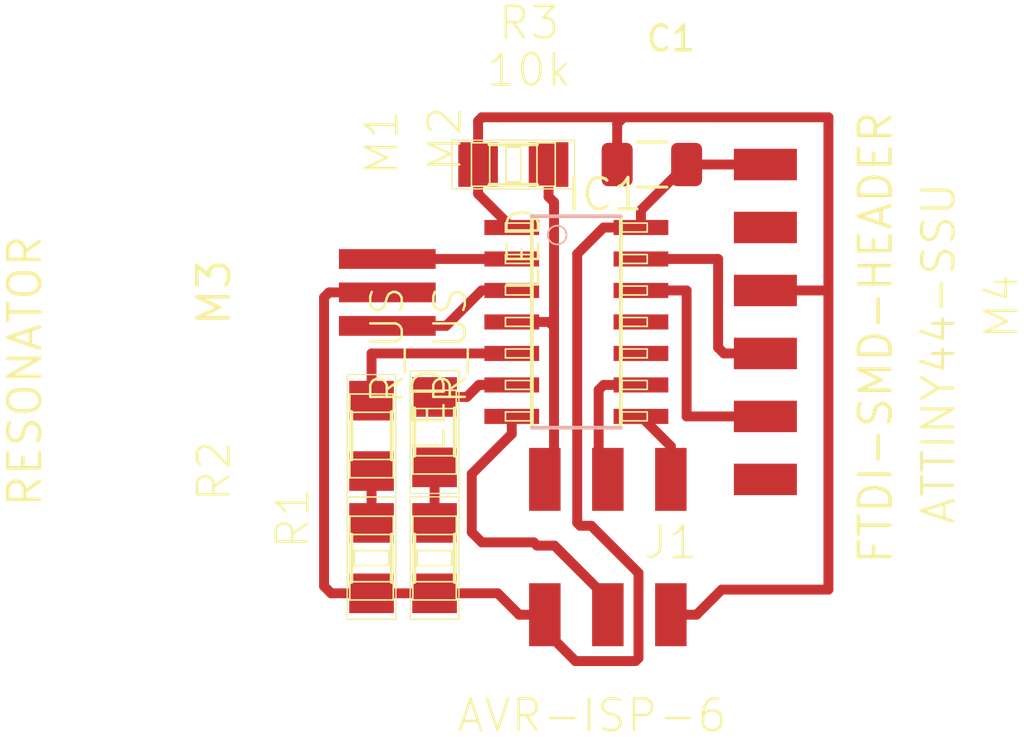
<source format=kicad_pcb>
(kicad_pcb (version 20171130) (host pcbnew 5.0.1-33cea8e~68~ubuntu16.04.1)

  (general
    (thickness 1.6)
    (drawings 0)
    (tracks 88)
    (zones 0)
    (modules 10)
    (nets 19)
  )

  (page A4)
  (layers
    (0 F.Cu signal)
    (31 B.Cu signal)
    (32 B.Adhes user)
    (33 F.Adhes user)
    (34 B.Paste user)
    (35 F.Paste user)
    (36 B.SilkS user)
    (37 F.SilkS user)
    (38 B.Mask user)
    (39 F.Mask user)
    (40 Dwgs.User user)
    (41 Cmts.User user)
    (42 Eco1.User user)
    (43 Eco2.User user)
    (44 Edge.Cuts user)
    (45 Margin user)
    (46 B.CrtYd user)
    (47 F.CrtYd user)
    (48 B.Fab user)
    (49 F.Fab user)
  )

  (setup
    (last_trace_width 0.4)
    (trace_clearance 0.4)
    (zone_clearance 0.508)
    (zone_45_only no)
    (trace_min 0.2)
    (segment_width 0.2)
    (edge_width 0.15)
    (via_size 0.8)
    (via_drill 0.4)
    (via_min_size 0.4)
    (via_min_drill 0.3)
    (uvia_size 0.3)
    (uvia_drill 0.1)
    (uvias_allowed no)
    (uvia_min_size 0.2)
    (uvia_min_drill 0.1)
    (pcb_text_width 0.3)
    (pcb_text_size 1.5 1.5)
    (mod_edge_width 0.15)
    (mod_text_size 1 1)
    (mod_text_width 0.15)
    (pad_size 1.524 1.524)
    (pad_drill 0.762)
    (pad_to_mask_clearance 0.051)
    (solder_mask_min_width 0.25)
    (aux_axis_origin 0 0)
    (visible_elements FFFFFF7F)
    (pcbplotparams
      (layerselection 0x010fc_ffffffff)
      (usegerberextensions false)
      (usegerberattributes false)
      (usegerberadvancedattributes false)
      (creategerberjobfile false)
      (excludeedgelayer true)
      (linewidth 0.100000)
      (plotframeref false)
      (viasonmask false)
      (mode 1)
      (useauxorigin false)
      (hpglpennumber 1)
      (hpglpenspeed 20)
      (hpglpendiameter 15.000000)
      (psnegative false)
      (psa4output false)
      (plotreference true)
      (plotvalue true)
      (plotinvisibletext false)
      (padsonsilk false)
      (subtractmaskfromsilk false)
      (outputformat 1)
      (mirror false)
      (drillshape 1)
      (scaleselection 1)
      (outputdirectory ""))
  )

  (net 0 "")
  (net 1 +5V)
  (net 2 Earth)
  (net 3 "Net-(IC1-Pad2)")
  (net 4 "Net-(IC1-Pad3)")
  (net 5 /RESET)
  (net 6 /MOSI)
  (net 7 /MISO)
  (net 8 /SCK)
  (net 9 /LED2)
  (net 10 /LED1)
  (net 11 "Net-(IC1-Pad12)")
  (net 12 "Net-(IC1-Pad13)")
  (net 13 "Net-(M4-Pad2)")
  (net 14 "Net-(M4-Pad6)")
  (net 15 "Net-(IC1-Pad10)")
  (net 16 "Net-(IC1-Pad11)")
  (net 17 "Net-(M1-Pad2)")
  (net 18 "Net-(M2-Pad2)")

  (net_class Default "This is the default net class."
    (clearance 0.4)
    (trace_width 0.4)
    (via_dia 0.8)
    (via_drill 0.4)
    (uvia_dia 0.3)
    (uvia_drill 0.1)
    (add_net +5V)
    (add_net /LED1)
    (add_net /LED2)
    (add_net /MISO)
    (add_net /MOSI)
    (add_net /RESET)
    (add_net /SCK)
    (add_net Earth)
    (add_net "Net-(IC1-Pad10)")
    (add_net "Net-(IC1-Pad11)")
    (add_net "Net-(IC1-Pad12)")
    (add_net "Net-(IC1-Pad13)")
    (add_net "Net-(IC1-Pad2)")
    (add_net "Net-(IC1-Pad3)")
    (add_net "Net-(M1-Pad2)")
    (add_net "Net-(M2-Pad2)")
    (add_net "Net-(M4-Pad2)")
    (add_net "Net-(M4-Pad6)")
  )

  (module fab:fab-R1206 (layer F.Cu) (tedit 200000) (tstamp 5BFD2EAA)
    (at 184.785 118.745 90)
    (descr RESISTOR)
    (tags RESISTOR)
    (path /5BFCDD72)
    (attr smd)
    (fp_text reference R2 (at 3.51028 -6.35 90) (layer F.SilkS)
      (effects (font (size 1.27 1.27) (thickness 0.1016)))
    )
    (fp_text value R_US (at 8.59028 0.635 90) (layer F.SilkS)
      (effects (font (size 1.27 1.27) (thickness 0.1016)))
    )
    (fp_line (start -1.6891 0.8763) (end -0.9525 0.8763) (layer F.SilkS) (width 0.06604))
    (fp_line (start -0.9525 0.8763) (end -0.9525 -0.8763) (layer F.SilkS) (width 0.06604))
    (fp_line (start -1.6891 -0.8763) (end -0.9525 -0.8763) (layer F.SilkS) (width 0.06604))
    (fp_line (start -1.6891 0.8763) (end -1.6891 -0.8763) (layer F.SilkS) (width 0.06604))
    (fp_line (start 0.9525 0.8763) (end 1.6891 0.8763) (layer F.SilkS) (width 0.06604))
    (fp_line (start 1.6891 0.8763) (end 1.6891 -0.8763) (layer F.SilkS) (width 0.06604))
    (fp_line (start 0.9525 -0.8763) (end 1.6891 -0.8763) (layer F.SilkS) (width 0.06604))
    (fp_line (start 0.9525 0.8763) (end 0.9525 -0.8763) (layer F.SilkS) (width 0.06604))
    (fp_line (start -0.29972 0.6985) (end 0.29972 0.6985) (layer F.SilkS) (width 0.06604))
    (fp_line (start 0.29972 0.6985) (end 0.29972 -0.6985) (layer F.SilkS) (width 0.06604))
    (fp_line (start -0.29972 -0.6985) (end 0.29972 -0.6985) (layer F.SilkS) (width 0.06604))
    (fp_line (start -0.29972 0.6985) (end -0.29972 -0.6985) (layer F.SilkS) (width 0.06604))
    (fp_line (start 0.9525 0.8128) (end -0.9652 0.8128) (layer F.SilkS) (width 0.1524))
    (fp_line (start 0.9525 -0.8128) (end -0.9652 -0.8128) (layer F.SilkS) (width 0.1524))
    (fp_line (start -2.47142 -0.98298) (end 2.47142 -0.98298) (layer F.SilkS) (width 0.0508))
    (fp_line (start 2.47142 -0.98298) (end 2.47142 0.98298) (layer F.SilkS) (width 0.0508))
    (fp_line (start 2.47142 0.98298) (end -2.47142 0.98298) (layer F.SilkS) (width 0.0508))
    (fp_line (start -2.47142 0.98298) (end -2.47142 -0.98298) (layer F.SilkS) (width 0.0508))
    (pad 1 smd rect (at -1.41986 0 90) (size 1.59766 1.80086) (layers F.Cu F.Paste F.Mask)
      (net 2 Earth))
    (pad 2 smd rect (at 1.41986 0 90) (size 1.59766 1.80086) (layers F.Cu F.Paste F.Mask)
      (net 17 "Net-(M1-Pad2)"))
  )

  (module fab:fab-2X03SMD (layer F.Cu) (tedit 5BFCE441) (tstamp 5BFD2E41)
    (at 194.31 118.11 270)
    (path /5BFD0A02)
    (attr smd)
    (fp_text reference J1 (at 0 -2.54) (layer F.SilkS)
      (effects (font (size 1.27 1.27) (thickness 0.1016)))
    )
    (fp_text value AVR-ISP-6 (at 6.985 0.635) (layer F.SilkS)
      (effects (font (size 1.27 1.27) (thickness 0.1016)))
    )
    (pad 1 smd rect (at -2.54 -2.54 270) (size 2.54 1.27) (layers F.Cu F.Paste F.Mask)
      (net 7 /MISO))
    (pad 2 smd rect (at 2.91846 -2.54 270) (size 2.54 1.27) (layers F.Cu F.Paste F.Mask)
      (net 1 +5V))
    (pad 3 smd rect (at -2.54 0 270) (size 2.54 1.27) (layers F.Cu F.Paste F.Mask)
      (net 8 /SCK))
    (pad 4 smd rect (at 2.91846 0 270) (size 2.54 1.27) (layers F.Cu F.Paste F.Mask)
      (net 6 /MOSI))
    (pad 5 smd rect (at -2.54 2.54 270) (size 2.54 1.27) (layers F.Cu F.Paste F.Mask)
      (net 5 /RESET))
    (pad 6 smd rect (at 2.91846 2.54 270) (size 2.54 1.27) (layers F.Cu F.Paste F.Mask)
      (net 2 Earth))
  )

  (module Capacitor_SMD:C_1206_3216Metric (layer F.Cu) (tedit 5B301BBE) (tstamp 5BFD2DE8)
    (at 196.085 102.87)
    (descr "Capacitor SMD 1206 (3216 Metric), square (rectangular) end terminal, IPC_7351 nominal, (Body size source: http://www.tortai-tech.com/upload/download/2011102023233369053.pdf), generated with kicad-footprint-generator")
    (tags capacitor)
    (path /5BFE9E63)
    (attr smd)
    (fp_text reference C1 (at 0.765 -5.08) (layer F.SilkS)
      (effects (font (size 1 1) (thickness 0.15)))
    )
    (fp_text value 1uF (at 0.765 -3.175) (layer F.Fab)
      (effects (font (size 1 1) (thickness 0.15)))
    )
    (fp_line (start -1.6 0.8) (end -1.6 -0.8) (layer F.Fab) (width 0.1))
    (fp_line (start -1.6 -0.8) (end 1.6 -0.8) (layer F.Fab) (width 0.1))
    (fp_line (start 1.6 -0.8) (end 1.6 0.8) (layer F.Fab) (width 0.1))
    (fp_line (start 1.6 0.8) (end -1.6 0.8) (layer F.Fab) (width 0.1))
    (fp_line (start -0.602064 -0.91) (end 0.602064 -0.91) (layer F.SilkS) (width 0.12))
    (fp_line (start -0.602064 0.91) (end 0.602064 0.91) (layer F.SilkS) (width 0.12))
    (fp_line (start -2.28 1.12) (end -2.28 -1.12) (layer F.CrtYd) (width 0.05))
    (fp_line (start -2.28 -1.12) (end 2.28 -1.12) (layer F.CrtYd) (width 0.05))
    (fp_line (start 2.28 -1.12) (end 2.28 1.12) (layer F.CrtYd) (width 0.05))
    (fp_line (start 2.28 1.12) (end -2.28 1.12) (layer F.CrtYd) (width 0.05))
    (fp_text user %R (at 0 0) (layer F.Fab)
      (effects (font (size 0.8 0.8) (thickness 0.12)))
    )
    (pad 1 smd roundrect (at -1.4 0) (size 1.25 1.75) (layers F.Cu F.Paste F.Mask) (roundrect_rratio 0.2)
      (net 1 +5V))
    (pad 2 smd roundrect (at 1.4 0) (size 1.25 1.75) (layers F.Cu F.Paste F.Mask) (roundrect_rratio 0.2)
      (net 2 Earth))
    (model ${KISYS3DMOD}/Capacitor_SMD.3dshapes/C_1206_3216Metric.wrl
      (at (xyz 0 0 0))
      (scale (xyz 1 1 1))
      (rotate (xyz 0 0 0))
    )
  )

  (module fab:fab-SOIC14 (layer F.Cu) (tedit 200000) (tstamp 5BFD2E37)
    (at 193.04 109.22 270)
    (descr "SMALL OUTLINE PACKAGE")
    (tags "SMALL OUTLINE PACKAGE")
    (path /5BFD66F6)
    (attr smd)
    (fp_text reference IC1 (at -5.1435 -1.143) (layer F.SilkS)
      (effects (font (size 1.27 1.27) (thickness 0.127)))
    )
    (fp_text value ATTINY44-SSU (at 1.27 -14.605 270) (layer F.SilkS)
      (effects (font (size 1.27 1.27) (thickness 0.127)))
    )
    (fp_line (start -3.9878 -1.8415) (end -3.62966 -1.8415) (layer F.SilkS) (width 0.06604))
    (fp_line (start -3.62966 -1.8415) (end -3.62966 -2.8575) (layer F.SilkS) (width 0.06604))
    (fp_line (start -3.9878 -2.8575) (end -3.62966 -2.8575) (layer F.SilkS) (width 0.06604))
    (fp_line (start -3.9878 -1.8415) (end -3.9878 -2.8575) (layer F.SilkS) (width 0.06604))
    (fp_line (start -2.7178 -1.8415) (end -2.3622 -1.8415) (layer F.SilkS) (width 0.06604))
    (fp_line (start -2.3622 -1.8415) (end -2.3622 -2.8575) (layer F.SilkS) (width 0.06604))
    (fp_line (start -2.7178 -2.8575) (end -2.3622 -2.8575) (layer F.SilkS) (width 0.06604))
    (fp_line (start -2.7178 -1.8415) (end -2.7178 -2.8575) (layer F.SilkS) (width 0.06604))
    (fp_line (start -1.4478 -1.8415) (end -1.08966 -1.8415) (layer F.SilkS) (width 0.06604))
    (fp_line (start -1.08966 -1.8415) (end -1.08966 -2.8575) (layer F.SilkS) (width 0.06604))
    (fp_line (start -1.4478 -2.8575) (end -1.08966 -2.8575) (layer F.SilkS) (width 0.06604))
    (fp_line (start -1.4478 -1.8415) (end -1.4478 -2.8575) (layer F.SilkS) (width 0.06604))
    (fp_line (start -0.1778 -1.8415) (end 0.1778 -1.8415) (layer F.SilkS) (width 0.06604))
    (fp_line (start 0.1778 -1.8415) (end 0.1778 -2.8575) (layer F.SilkS) (width 0.06604))
    (fp_line (start -0.1778 -2.8575) (end 0.1778 -2.8575) (layer F.SilkS) (width 0.06604))
    (fp_line (start -0.1778 -1.8415) (end -0.1778 -2.8575) (layer F.SilkS) (width 0.06604))
    (fp_line (start 1.08966 -1.8415) (end 1.4478 -1.8415) (layer F.SilkS) (width 0.06604))
    (fp_line (start 1.4478 -1.8415) (end 1.4478 -2.8575) (layer F.SilkS) (width 0.06604))
    (fp_line (start 1.08966 -2.8575) (end 1.4478 -2.8575) (layer F.SilkS) (width 0.06604))
    (fp_line (start 1.08966 -1.8415) (end 1.08966 -2.8575) (layer F.SilkS) (width 0.06604))
    (fp_line (start 2.3622 -1.8415) (end 2.7178 -1.8415) (layer F.SilkS) (width 0.06604))
    (fp_line (start 2.7178 -1.8415) (end 2.7178 -2.8575) (layer F.SilkS) (width 0.06604))
    (fp_line (start 2.3622 -2.8575) (end 2.7178 -2.8575) (layer F.SilkS) (width 0.06604))
    (fp_line (start 2.3622 -1.8415) (end 2.3622 -2.8575) (layer F.SilkS) (width 0.06604))
    (fp_line (start 3.62966 -1.8415) (end 3.9878 -1.8415) (layer F.SilkS) (width 0.06604))
    (fp_line (start 3.9878 -1.8415) (end 3.9878 -2.8575) (layer F.SilkS) (width 0.06604))
    (fp_line (start 3.62966 -2.8575) (end 3.9878 -2.8575) (layer F.SilkS) (width 0.06604))
    (fp_line (start 3.62966 -1.8415) (end 3.62966 -2.8575) (layer F.SilkS) (width 0.06604))
    (fp_line (start 3.62966 2.8575) (end 3.9878 2.8575) (layer F.SilkS) (width 0.06604))
    (fp_line (start 3.9878 2.8575) (end 3.9878 1.8415) (layer F.SilkS) (width 0.06604))
    (fp_line (start 3.62966 1.8415) (end 3.9878 1.8415) (layer F.SilkS) (width 0.06604))
    (fp_line (start 3.62966 2.8575) (end 3.62966 1.8415) (layer F.SilkS) (width 0.06604))
    (fp_line (start 2.3622 2.8575) (end 2.7178 2.8575) (layer F.SilkS) (width 0.06604))
    (fp_line (start 2.7178 2.8575) (end 2.7178 1.8415) (layer F.SilkS) (width 0.06604))
    (fp_line (start 2.3622 1.8415) (end 2.7178 1.8415) (layer F.SilkS) (width 0.06604))
    (fp_line (start 2.3622 2.8575) (end 2.3622 1.8415) (layer F.SilkS) (width 0.06604))
    (fp_line (start 1.08966 2.8575) (end 1.4478 2.8575) (layer F.SilkS) (width 0.06604))
    (fp_line (start 1.4478 2.8575) (end 1.4478 1.8415) (layer F.SilkS) (width 0.06604))
    (fp_line (start 1.08966 1.8415) (end 1.4478 1.8415) (layer F.SilkS) (width 0.06604))
    (fp_line (start 1.08966 2.8575) (end 1.08966 1.8415) (layer F.SilkS) (width 0.06604))
    (fp_line (start -0.1778 2.8575) (end 0.1778 2.8575) (layer F.SilkS) (width 0.06604))
    (fp_line (start 0.1778 2.8575) (end 0.1778 1.8415) (layer F.SilkS) (width 0.06604))
    (fp_line (start -0.1778 1.8415) (end 0.1778 1.8415) (layer F.SilkS) (width 0.06604))
    (fp_line (start -0.1778 2.8575) (end -0.1778 1.8415) (layer F.SilkS) (width 0.06604))
    (fp_line (start -1.4478 2.8575) (end -1.08966 2.8575) (layer F.SilkS) (width 0.06604))
    (fp_line (start -1.08966 2.8575) (end -1.08966 1.8415) (layer F.SilkS) (width 0.06604))
    (fp_line (start -1.4478 1.8415) (end -1.08966 1.8415) (layer F.SilkS) (width 0.06604))
    (fp_line (start -1.4478 2.8575) (end -1.4478 1.8415) (layer F.SilkS) (width 0.06604))
    (fp_line (start -2.7178 2.8575) (end -2.3622 2.8575) (layer F.SilkS) (width 0.06604))
    (fp_line (start -2.3622 2.8575) (end -2.3622 1.8415) (layer F.SilkS) (width 0.06604))
    (fp_line (start -2.7178 1.8415) (end -2.3622 1.8415) (layer F.SilkS) (width 0.06604))
    (fp_line (start -2.7178 2.8575) (end -2.7178 1.8415) (layer F.SilkS) (width 0.06604))
    (fp_line (start -3.9878 2.8575) (end -3.62966 2.8575) (layer F.SilkS) (width 0.06604))
    (fp_line (start -3.62966 2.8575) (end -3.62966 1.8415) (layer F.SilkS) (width 0.06604))
    (fp_line (start -3.9878 1.8415) (end -3.62966 1.8415) (layer F.SilkS) (width 0.06604))
    (fp_line (start -3.9878 2.8575) (end -3.9878 1.8415) (layer F.SilkS) (width 0.06604))
    (fp_line (start -4.26466 1.7907) (end 4.26466 1.7907) (layer F.SilkS) (width 0.1524))
    (fp_line (start 4.26466 1.7907) (end 4.26466 -1.7907) (layer B.SilkS) (width 0.1524))
    (fp_line (start 4.26466 -1.7907) (end -4.26466 -1.7907) (layer F.SilkS) (width 0.1524))
    (fp_line (start -4.26466 -1.7907) (end -4.26466 1.7907) (layer B.SilkS) (width 0.1524))
    (fp_circle (center -3.5052 0.7747) (end -3.7719 1.0414) (layer B.SilkS) (width 0.0762))
    (pad 1 smd rect (at -3.81 2.6035 270) (size 0.6096 2.20726) (layers F.Cu F.Paste F.Mask)
      (net 1 +5V))
    (pad 2 smd rect (at -2.54 2.6035 270) (size 0.6096 2.20726) (layers F.Cu F.Paste F.Mask)
      (net 3 "Net-(IC1-Pad2)"))
    (pad 3 smd rect (at -1.27 2.6035 270) (size 0.6096 2.20726) (layers F.Cu F.Paste F.Mask)
      (net 4 "Net-(IC1-Pad3)"))
    (pad 4 smd rect (at 0 2.6035 270) (size 0.6096 2.20726) (layers F.Cu F.Paste F.Mask)
      (net 5 /RESET))
    (pad 5 smd rect (at 1.27 2.6035 270) (size 0.6096 2.20726) (layers F.Cu F.Paste F.Mask)
      (net 10 /LED1))
    (pad 6 smd rect (at 2.54 2.6035 270) (size 0.6096 2.20726) (layers F.Cu F.Paste F.Mask)
      (net 9 /LED2))
    (pad 7 smd rect (at 3.81 2.6035 270) (size 0.6096 2.20726) (layers F.Cu F.Paste F.Mask)
      (net 6 /MOSI))
    (pad 8 smd rect (at 3.81 -2.6035 270) (size 0.6096 2.20726) (layers F.Cu F.Paste F.Mask)
      (net 7 /MISO))
    (pad 9 smd rect (at 2.54 -2.6035 270) (size 0.6096 2.20726) (layers F.Cu F.Paste F.Mask)
      (net 8 /SCK))
    (pad 10 smd rect (at 1.27 -2.6035 270) (size 0.6096 2.20726) (layers F.Cu F.Paste F.Mask)
      (net 15 "Net-(IC1-Pad10)"))
    (pad 11 smd rect (at 0 -2.6035 270) (size 0.6096 2.20726) (layers F.Cu F.Paste F.Mask)
      (net 16 "Net-(IC1-Pad11)"))
    (pad 12 smd rect (at -1.27 -2.6035 270) (size 0.6096 2.20726) (layers F.Cu F.Paste F.Mask)
      (net 11 "Net-(IC1-Pad12)"))
    (pad 13 smd rect (at -2.54 -2.6035 270) (size 0.6096 2.20726) (layers F.Cu F.Paste F.Mask)
      (net 12 "Net-(IC1-Pad13)"))
    (pad 14 smd rect (at -3.81 -2.6035 270) (size 0.6096 2.20726) (layers F.Cu F.Paste F.Mask)
      (net 2 Earth))
  )

  (module fab:fab-LED1206 (layer F.Cu) (tedit 200000) (tstamp 5BFD2E55)
    (at 184.785 113.81486 270)
    (descr "LED 1206 PADS (STANDARD PATTERN)")
    (tags "LED 1206 PADS (STANDARD PATTERN)")
    (path /5BFCBDA2)
    (attr smd)
    (fp_text reference M1 (at -11.825686 -0.411869 270) (layer F.SilkS)
      (effects (font (size 1.27 1.27) (thickness 0.1016)))
    )
    (fp_text value LED (at -1.030686 -2.316869 270) (layer F.SilkS)
      (effects (font (size 1.27 1.27) (thickness 0.1016)))
    )
    (fp_line (start -1.6891 0.8763) (end -0.9525 0.8763) (layer F.SilkS) (width 0.06604))
    (fp_line (start -0.9525 0.8763) (end -0.9525 -0.8763) (layer F.SilkS) (width 0.06604))
    (fp_line (start -1.6891 -0.8763) (end -0.9525 -0.8763) (layer F.SilkS) (width 0.06604))
    (fp_line (start -1.6891 0.8763) (end -1.6891 -0.8763) (layer F.SilkS) (width 0.06604))
    (fp_line (start 0.9525 0.8763) (end 1.6891 0.8763) (layer F.SilkS) (width 0.06604))
    (fp_line (start 1.6891 0.8763) (end 1.6891 -0.8763) (layer F.SilkS) (width 0.06604))
    (fp_line (start 0.9525 -0.8763) (end 1.6891 -0.8763) (layer F.SilkS) (width 0.06604))
    (fp_line (start 0.9525 0.8763) (end 0.9525 -0.8763) (layer F.SilkS) (width 0.06604))
    (fp_line (start 0.9525 0.8128) (end -0.9652 0.8128) (layer F.SilkS) (width 0.1524))
    (fp_line (start 0.9525 -0.8128) (end -0.9652 -0.8128) (layer F.SilkS) (width 0.1524))
    (fp_line (start -2.47142 -0.98298) (end 2.47142 -0.98298) (layer F.SilkS) (width 0.0508))
    (fp_line (start 2.47142 -0.98298) (end 2.47142 0.98298) (layer F.SilkS) (width 0.0508))
    (fp_line (start 2.47142 0.98298) (end -2.47142 0.98298) (layer F.SilkS) (width 0.0508))
    (fp_line (start -2.47142 0.98298) (end -2.47142 -0.98298) (layer F.SilkS) (width 0.0508))
    (pad 1 smd rect (at -1.41986 0 270) (size 1.59766 1.80086) (layers F.Cu F.Paste F.Mask)
      (net 10 /LED1))
    (pad 2 smd rect (at 1.41986 0 270) (size 1.59766 1.80086) (layers F.Cu F.Paste F.Mask)
      (net 17 "Net-(M1-Pad2)"))
  )

  (module fab:fab-LED1206 (layer F.Cu) (tedit 200000) (tstamp 5BFD2E69)
    (at 187.325 113.665 270)
    (descr "LED 1206 PADS (STANDARD PATTERN)")
    (tags "LED 1206 PADS (STANDARD PATTERN)")
    (path /5BFCBF7E)
    (attr smd)
    (fp_text reference M2 (at -11.825686 -0.411869 270) (layer F.SilkS)
      (effects (font (size 1.27 1.27) (thickness 0.1016)))
    )
    (fp_text value LED (at -7.380686 -3.586869 270) (layer F.SilkS)
      (effects (font (size 1.27 1.27) (thickness 0.1016)))
    )
    (fp_line (start -2.47142 0.98298) (end -2.47142 -0.98298) (layer F.SilkS) (width 0.0508))
    (fp_line (start 2.47142 0.98298) (end -2.47142 0.98298) (layer F.SilkS) (width 0.0508))
    (fp_line (start 2.47142 -0.98298) (end 2.47142 0.98298) (layer F.SilkS) (width 0.0508))
    (fp_line (start -2.47142 -0.98298) (end 2.47142 -0.98298) (layer F.SilkS) (width 0.0508))
    (fp_line (start 0.9525 -0.8128) (end -0.9652 -0.8128) (layer F.SilkS) (width 0.1524))
    (fp_line (start 0.9525 0.8128) (end -0.9652 0.8128) (layer F.SilkS) (width 0.1524))
    (fp_line (start 0.9525 0.8763) (end 0.9525 -0.8763) (layer F.SilkS) (width 0.06604))
    (fp_line (start 0.9525 -0.8763) (end 1.6891 -0.8763) (layer F.SilkS) (width 0.06604))
    (fp_line (start 1.6891 0.8763) (end 1.6891 -0.8763) (layer F.SilkS) (width 0.06604))
    (fp_line (start 0.9525 0.8763) (end 1.6891 0.8763) (layer F.SilkS) (width 0.06604))
    (fp_line (start -1.6891 0.8763) (end -1.6891 -0.8763) (layer F.SilkS) (width 0.06604))
    (fp_line (start -1.6891 -0.8763) (end -0.9525 -0.8763) (layer F.SilkS) (width 0.06604))
    (fp_line (start -0.9525 0.8763) (end -0.9525 -0.8763) (layer F.SilkS) (width 0.06604))
    (fp_line (start -1.6891 0.8763) (end -0.9525 0.8763) (layer F.SilkS) (width 0.06604))
    (pad 2 smd rect (at 1.41986 0 270) (size 1.59766 1.80086) (layers F.Cu F.Paste F.Mask)
      (net 18 "Net-(M2-Pad2)"))
    (pad 1 smd rect (at -1.41986 0 270) (size 1.59766 1.80086) (layers F.Cu F.Paste F.Mask)
      (net 9 /LED2))
  )

  (module fab:fab-EFOBM (layer F.Cu) (tedit 200000) (tstamp 5BFD2E70)
    (at 185.42 108.02874 270)
    (path /5BFDCD31)
    (attr smd)
    (fp_text reference M3 (at 0 6.985 270) (layer F.SilkS)
      (effects (font (size 1.27 1.27) (thickness 0.15)))
    )
    (fp_text value RESONATOR (at 3.175 14.605 270) (layer F.SilkS)
      (effects (font (size 1.27 1.27) (thickness 0.15)))
    )
    (pad 1 smd rect (at -1.34874 0) (size 3.8989 0.79756) (layers F.Cu F.Paste F.Mask)
      (net 3 "Net-(IC1-Pad2)"))
    (pad 2 smd rect (at 0 0 180) (size 3.8989 0.79756) (layers F.Cu F.Paste F.Mask)
      (net 2 Earth))
    (pad 3 smd rect (at 1.34874 0 180) (size 3.8989 0.79756) (layers F.Cu F.Paste F.Mask)
      (net 4 "Net-(IC1-Pad3)"))
  )

  (module fab:fab-1X06SMD (layer F.Cu) (tedit 200000) (tstamp 5BFD2E7A)
    (at 200.66 109.22)
    (path /5BFD3B30)
    (attr smd)
    (fp_text reference M4 (at 9.525 -0.635 90) (layer F.SilkS)
      (effects (font (size 1.27 1.27) (thickness 0.1016)))
    )
    (fp_text value FTDI-SMD-HEADER (at 4.445 0.635 270) (layer F.SilkS)
      (effects (font (size 1.27 1.27) (thickness 0.15)))
    )
    (pad 1 smd rect (at 0 -6.35) (size 2.54 1.27) (layers F.Cu F.Paste F.Mask)
      (net 2 Earth))
    (pad 2 smd rect (at 0 -3.81) (size 2.54 1.27) (layers F.Cu F.Paste F.Mask)
      (net 13 "Net-(M4-Pad2)"))
    (pad 3 smd rect (at 0 -1.27) (size 2.54 1.27) (layers F.Cu F.Paste F.Mask)
      (net 1 +5V))
    (pad 4 smd rect (at 0 1.27) (size 2.54 1.27) (layers F.Cu F.Paste F.Mask)
      (net 12 "Net-(IC1-Pad13)"))
    (pad 5 smd rect (at 0 3.81) (size 2.54 1.27) (layers F.Cu F.Paste F.Mask)
      (net 11 "Net-(IC1-Pad12)"))
    (pad 6 smd rect (at 0 6.35) (size 2.54 1.27) (layers F.Cu F.Paste F.Mask)
      (net 14 "Net-(M4-Pad6)"))
  )

  (module fab:fab-R1206 (layer F.Cu) (tedit 200000) (tstamp 5BFD2E92)
    (at 187.325 118.745 90)
    (descr RESISTOR)
    (tags RESISTOR)
    (path /5BFCDCD5)
    (attr smd)
    (fp_text reference R1 (at 1.60528 -5.715 90) (layer F.SilkS)
      (effects (font (size 1.27 1.27) (thickness 0.1016)))
    )
    (fp_text value R_US (at 8.59028 0.635 90) (layer F.SilkS)
      (effects (font (size 1.27 1.27) (thickness 0.1016)))
    )
    (fp_line (start -2.47142 0.98298) (end -2.47142 -0.98298) (layer F.SilkS) (width 0.0508))
    (fp_line (start 2.47142 0.98298) (end -2.47142 0.98298) (layer F.SilkS) (width 0.0508))
    (fp_line (start 2.47142 -0.98298) (end 2.47142 0.98298) (layer F.SilkS) (width 0.0508))
    (fp_line (start -2.47142 -0.98298) (end 2.47142 -0.98298) (layer F.SilkS) (width 0.0508))
    (fp_line (start 0.9525 -0.8128) (end -0.9652 -0.8128) (layer F.SilkS) (width 0.1524))
    (fp_line (start 0.9525 0.8128) (end -0.9652 0.8128) (layer F.SilkS) (width 0.1524))
    (fp_line (start -0.29972 0.6985) (end -0.29972 -0.6985) (layer F.SilkS) (width 0.06604))
    (fp_line (start -0.29972 -0.6985) (end 0.29972 -0.6985) (layer F.SilkS) (width 0.06604))
    (fp_line (start 0.29972 0.6985) (end 0.29972 -0.6985) (layer F.SilkS) (width 0.06604))
    (fp_line (start -0.29972 0.6985) (end 0.29972 0.6985) (layer F.SilkS) (width 0.06604))
    (fp_line (start 0.9525 0.8763) (end 0.9525 -0.8763) (layer F.SilkS) (width 0.06604))
    (fp_line (start 0.9525 -0.8763) (end 1.6891 -0.8763) (layer F.SilkS) (width 0.06604))
    (fp_line (start 1.6891 0.8763) (end 1.6891 -0.8763) (layer F.SilkS) (width 0.06604))
    (fp_line (start 0.9525 0.8763) (end 1.6891 0.8763) (layer F.SilkS) (width 0.06604))
    (fp_line (start -1.6891 0.8763) (end -1.6891 -0.8763) (layer F.SilkS) (width 0.06604))
    (fp_line (start -1.6891 -0.8763) (end -0.9525 -0.8763) (layer F.SilkS) (width 0.06604))
    (fp_line (start -0.9525 0.8763) (end -0.9525 -0.8763) (layer F.SilkS) (width 0.06604))
    (fp_line (start -1.6891 0.8763) (end -0.9525 0.8763) (layer F.SilkS) (width 0.06604))
    (pad 2 smd rect (at 1.41986 0 90) (size 1.59766 1.80086) (layers F.Cu F.Paste F.Mask)
      (net 18 "Net-(M2-Pad2)"))
    (pad 1 smd rect (at -1.41986 0 90) (size 1.59766 1.80086) (layers F.Cu F.Paste F.Mask)
      (net 2 Earth))
  )

  (module fab:fab-R1206 (layer F.Cu) (tedit 5BFCE36A) (tstamp 5BFD2EC2)
    (at 190.5 102.87)
    (descr RESISTOR)
    (tags RESISTOR)
    (path /5BFCDB65)
    (attr smd)
    (fp_text reference R3 (at 0.635 -5.715) (layer F.SilkS)
      (effects (font (size 1.27 1.27) (thickness 0.1016)))
    )
    (fp_text value 10k (at 0.635 -3.81) (layer F.SilkS)
      (effects (font (size 1.27 1.27) (thickness 0.1016)))
    )
    (fp_line (start -1.6891 0.8763) (end -0.9525 0.8763) (layer F.SilkS) (width 0.06604))
    (fp_line (start -0.9525 0.8763) (end -0.9525 -0.8763) (layer F.SilkS) (width 0.06604))
    (fp_line (start -1.6891 -0.8763) (end -0.9525 -0.8763) (layer F.SilkS) (width 0.06604))
    (fp_line (start -1.6891 0.8763) (end -1.6891 -0.8763) (layer F.SilkS) (width 0.06604))
    (fp_line (start 0.9525 0.8763) (end 1.6891 0.8763) (layer F.SilkS) (width 0.06604))
    (fp_line (start 1.6891 0.8763) (end 1.6891 -0.8763) (layer F.SilkS) (width 0.06604))
    (fp_line (start 0.9525 -0.8763) (end 1.6891 -0.8763) (layer F.SilkS) (width 0.06604))
    (fp_line (start 0.9525 0.8763) (end 0.9525 -0.8763) (layer F.SilkS) (width 0.06604))
    (fp_line (start -0.29972 0.6985) (end 0.29972 0.6985) (layer F.SilkS) (width 0.06604))
    (fp_line (start 0.29972 0.6985) (end 0.29972 -0.6985) (layer F.SilkS) (width 0.06604))
    (fp_line (start -0.29972 -0.6985) (end 0.29972 -0.6985) (layer F.SilkS) (width 0.06604))
    (fp_line (start -0.29972 0.6985) (end -0.29972 -0.6985) (layer F.SilkS) (width 0.06604))
    (fp_line (start 0.9525 0.8128) (end -0.9652 0.8128) (layer F.SilkS) (width 0.1524))
    (fp_line (start 0.9525 -0.8128) (end -0.9652 -0.8128) (layer F.SilkS) (width 0.1524))
    (fp_line (start -2.47142 -0.98298) (end 2.47142 -0.98298) (layer F.SilkS) (width 0.0508))
    (fp_line (start 2.47142 -0.98298) (end 2.47142 0.98298) (layer F.SilkS) (width 0.0508))
    (fp_line (start 2.47142 0.98298) (end -2.47142 0.98298) (layer F.SilkS) (width 0.0508))
    (fp_line (start -2.47142 0.98298) (end -2.47142 -0.98298) (layer F.SilkS) (width 0.0508))
    (pad 1 smd rect (at -1.41986 0) (size 1.59766 1.80086) (layers F.Cu F.Paste F.Mask)
      (net 1 +5V))
    (pad 2 smd rect (at 1.41986 0) (size 1.59766 1.80086) (layers F.Cu F.Paste F.Mask)
      (net 5 /RESET))
  )

  (segment (start 189.08014 104.05364) (end 190.4365 105.41) (width 0.4) (layer F.Cu) (net 1))
  (segment (start 189.08014 102.87) (end 189.08014 104.05364) (width 0.4) (layer F.Cu) (net 1))
  (segment (start 194.685 101.225) (end 194.685 102.87) (width 0.4) (layer F.Cu) (net 1))
  (segment (start 194.945 100.965) (end 194.685 101.225) (width 0.4) (layer F.Cu) (net 1))
  (segment (start 189.08014 102.87) (end 189.08014 101.11486) (width 0.4) (layer F.Cu) (net 1))
  (segment (start 189.08014 101.11486) (end 189.23 100.965) (width 0.4) (layer F.Cu) (net 1))
  (segment (start 203.2 100.965) (end 203.2 107.95) (width 0.4) (layer F.Cu) (net 1))
  (segment (start 203.2 107.95) (end 200.66 107.95) (width 0.4) (layer F.Cu) (net 1))
  (segment (start 203.2 120.015) (end 203.2 107.95) (width 0.4) (layer F.Cu) (net 1))
  (segment (start 198.89846 120.015) (end 203.2 120.015) (width 0.4) (layer F.Cu) (net 1))
  (segment (start 197.885 121.02846) (end 198.89846 120.015) (width 0.4) (layer F.Cu) (net 1))
  (segment (start 196.85 121.02846) (end 197.885 121.02846) (width 0.4) (layer F.Cu) (net 1))
  (segment (start 198.755 100.965) (end 203.2 100.965) (width 0.4) (layer F.Cu) (net 1))
  (segment (start 194.945 100.965) (end 198.755 100.965) (width 0.4) (layer F.Cu) (net 1))
  (segment (start 188.857009 102.646869) (end 189.08014 102.87) (width 0.4) (layer F.Cu) (net 1))
  (segment (start 189.23 100.965) (end 189.865 100.965) (width 0.4) (layer F.Cu) (net 1))
  (segment (start 189.865 100.965) (end 194.945 100.965) (width 0.4) (layer F.Cu) (net 1))
  (segment (start 191.77 121.02846) (end 191.77 120.39346) (width 0.4) (layer F.Cu) (net 2))
  (segment (start 195.6435 104.7115) (end 197.485 102.87) (width 0.4) (layer F.Cu) (net 2))
  (segment (start 195.6435 105.41) (end 195.6435 104.7115) (width 0.4) (layer F.Cu) (net 2))
  (segment (start 194.84467 105.41) (end 195.6435 105.41) (width 0.4) (layer F.Cu) (net 2))
  (segment (start 197.485 102.87) (end 200.66 102.87) (width 0.4) (layer F.Cu) (net 2))
  (segment (start 189.8714 120.16486) (end 187.325 120.16486) (width 0.4) (layer F.Cu) (net 2))
  (segment (start 191.77 121.02846) (end 190.735 121.02846) (width 0.4) (layer F.Cu) (net 2))
  (segment (start 190.735 121.02846) (end 189.8714 120.16486) (width 0.4) (layer F.Cu) (net 2))
  (segment (start 187.325 120.16486) (end 184.785 120.16486) (width 0.4) (layer F.Cu) (net 2))
  (segment (start 193.074999 106.474871) (end 194.13987 105.41) (width 0.4) (layer F.Cu) (net 2))
  (segment (start 193.194999 117.440001) (end 193.074999 117.320001) (width 0.4) (layer F.Cu) (net 2))
  (segment (start 193.640001 117.440001) (end 193.194999 117.440001) (width 0.4) (layer F.Cu) (net 2))
  (segment (start 194.13987 105.41) (end 195.6435 105.41) (width 0.4) (layer F.Cu) (net 2))
  (segment (start 195.545001 119.345001) (end 193.640001 117.440001) (width 0.4) (layer F.Cu) (net 2))
  (segment (start 195.545001 122.778461) (end 195.545001 119.345001) (width 0.4) (layer F.Cu) (net 2))
  (segment (start 193.074999 117.320001) (end 193.074999 106.474871) (width 0.4) (layer F.Cu) (net 2))
  (segment (start 195.425001 122.898461) (end 195.545001 122.778461) (width 0.4) (layer F.Cu) (net 2))
  (segment (start 193.005001 122.898461) (end 195.425001 122.898461) (width 0.4) (layer F.Cu) (net 2))
  (segment (start 191.77 121.66346) (end 193.005001 122.898461) (width 0.4) (layer F.Cu) (net 2))
  (segment (start 191.77 121.02846) (end 191.77 121.66346) (width 0.4) (layer F.Cu) (net 2))
  (segment (start 182.870549 108.228741) (end 182.870549 119.878549) (width 0.4) (layer F.Cu) (net 2))
  (segment (start 183.15686 120.16486) (end 184.785 120.16486) (width 0.4) (layer F.Cu) (net 2))
  (segment (start 182.870549 119.878549) (end 183.15686 120.16486) (width 0.4) (layer F.Cu) (net 2))
  (segment (start 183.07055 108.02874) (end 185.42 108.02874) (width 0.4) (layer F.Cu) (net 2))
  (segment (start 182.870549 108.228741) (end 183.07055 108.02874) (width 0.4) (layer F.Cu) (net 2))
  (segment (start 189.63767 106.68) (end 190.4365 106.68) (width 0.4) (layer F.Cu) (net 3))
  (segment (start 185.42 106.68) (end 190.4365 106.68) (width 0.4) (layer F.Cu) (net 3))
  (segment (start 190.35776 108.02874) (end 190.4365 107.95) (width 0.4) (layer F.Cu) (net 4))
  (segment (start 189.218068 107.95) (end 190.4365 107.95) (width 0.4) (layer F.Cu) (net 4))
  (segment (start 187.790588 109.37748) (end 189.218068 107.95) (width 0.4) (layer F.Cu) (net 4))
  (segment (start 185.42 109.37748) (end 187.790588 109.37748) (width 0.4) (layer F.Cu) (net 4))
  (segment (start 191.23533 109.22) (end 190.4365 109.22) (width 0.4) (layer F.Cu) (net 5))
  (segment (start 192.140131 109.420001) (end 191.94013 109.22) (width 0.4) (layer F.Cu) (net 5))
  (segment (start 191.94013 109.22) (end 190.4365 109.22) (width 0.4) (layer F.Cu) (net 5))
  (segment (start 192.140131 115.199869) (end 192.140131 109.420001) (width 0.4) (layer F.Cu) (net 5))
  (segment (start 191.77 115.57) (end 192.140131 115.199869) (width 0.4) (layer F.Cu) (net 5))
  (segment (start 192.140131 104.390701) (end 191.91986 104.17043) (width 0.4) (layer F.Cu) (net 5))
  (segment (start 191.91986 104.17043) (end 191.91986 102.87) (width 0.4) (layer F.Cu) (net 5))
  (segment (start 192.140131 109.420001) (end 192.140131 104.390701) (width 0.4) (layer F.Cu) (net 5))
  (segment (start 194.31 121.66346) (end 194.31 121.02846) (width 0.4) (layer F.Cu) (net 6))
  (segment (start 190.4365 113.7348) (end 190.4365 113.03) (width 0.4) (layer F.Cu) (net 6))
  (segment (start 188.825431 117.705431) (end 188.825431 115.345869) (width 0.4) (layer F.Cu) (net 6))
  (segment (start 189.23 118.11) (end 188.825431 117.705431) (width 0.4) (layer F.Cu) (net 6))
  (segment (start 191.324998 118.11) (end 189.23 118.11) (width 0.4) (layer F.Cu) (net 6))
  (segment (start 191.455007 118.240009) (end 191.324998 118.11) (width 0.4) (layer F.Cu) (net 6))
  (segment (start 192.156549 118.240009) (end 191.455007 118.240009) (width 0.4) (layer F.Cu) (net 6))
  (segment (start 188.825431 115.345869) (end 190.4365 113.7348) (width 0.4) (layer F.Cu) (net 6))
  (segment (start 194.31 120.39346) (end 192.156549 118.240009) (width 0.4) (layer F.Cu) (net 6))
  (segment (start 194.31 121.02846) (end 194.31 120.39346) (width 0.4) (layer F.Cu) (net 6))
  (segment (start 196.85 114.2365) (end 195.6435 113.03) (width 0.4) (layer F.Cu) (net 7))
  (segment (start 196.85 115.57) (end 196.85 114.2365) (width 0.4) (layer F.Cu) (net 7))
  (segment (start 194.84467 111.76) (end 195.6435 111.76) (width 0.4) (layer F.Cu) (net 8))
  (segment (start 194.13987 111.76) (end 195.6435 111.76) (width 0.4) (layer F.Cu) (net 8))
  (segment (start 193.939869 111.960001) (end 194.13987 111.76) (width 0.4) (layer F.Cu) (net 8))
  (segment (start 193.939869 115.199869) (end 193.939869 111.960001) (width 0.4) (layer F.Cu) (net 8))
  (segment (start 194.31 115.57) (end 193.939869 115.199869) (width 0.4) (layer F.Cu) (net 8))
  (segment (start 188.62543 112.24514) (end 189.11057 111.76) (width 0.4) (layer F.Cu) (net 9))
  (segment (start 189.11057 111.76) (end 189.23 111.76) (width 0.4) (layer F.Cu) (net 9))
  (segment (start 187.325 112.24514) (end 188.62543 112.24514) (width 0.4) (layer F.Cu) (net 9))
  (segment (start 189.23 111.76) (end 190.4365 111.76) (width 0.4) (layer F.Cu) (net 9))
  (segment (start 184.785 110.49) (end 190.4365 110.49) (width 0.4) (layer F.Cu) (net 10))
  (segment (start 184.785 112.395) (end 184.785 110.49) (width 0.4) (layer F.Cu) (net 10))
  (segment (start 195.6435 107.95) (end 197.485 107.95) (width 0.4) (layer F.Cu) (net 11))
  (segment (start 197.485 107.95) (end 197.485 113.03) (width 0.4) (layer F.Cu) (net 11))
  (segment (start 197.485 113.03) (end 200.66 113.03) (width 0.4) (layer F.Cu) (net 11))
  (segment (start 200.66 110.49) (end 198.99 110.49) (width 0.4) (layer F.Cu) (net 12))
  (segment (start 198.99 110.49) (end 198.755 110.255) (width 0.4) (layer F.Cu) (net 12))
  (segment (start 198.755 110.255) (end 198.755 106.68) (width 0.4) (layer F.Cu) (net 12))
  (segment (start 198.755 106.68) (end 195.6435 106.68) (width 0.4) (layer F.Cu) (net 12))
  (segment (start 184.785 117.32514) (end 184.785 115.23472) (width 0.4) (layer F.Cu) (net 17))
  (segment (start 187.325 117.32514) (end 187.325 115.08486) (width 0.4) (layer F.Cu) (net 18))

)

</source>
